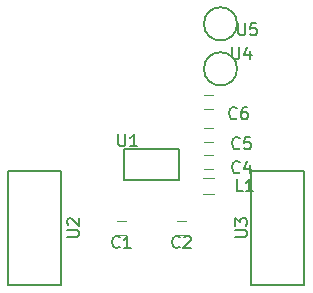
<source format=gbr>
G04 #@! TF.FileFunction,Legend,Top*
%FSLAX46Y46*%
G04 Gerber Fmt 4.6, Leading zero omitted, Abs format (unit mm)*
G04 Created by KiCad (PCBNEW 4.0.7) date 11/03/17 21:56:08*
%MOMM*%
%LPD*%
G01*
G04 APERTURE LIST*
%ADD10C,0.100000*%
%ADD11C,0.150000*%
%ADD12C,0.120000*%
G04 APERTURE END LIST*
D10*
D11*
X145360000Y-125246000D02*
X145360000Y-115546000D01*
X149860000Y-115546000D02*
X145360000Y-115546000D01*
X149860000Y-125246000D02*
X145360000Y-125246000D01*
X149860000Y-125246000D02*
X149860000Y-115546000D01*
X124786000Y-125246000D02*
X124786000Y-115546000D01*
X129286000Y-115546000D02*
X124786000Y-115546000D01*
X129286000Y-125246000D02*
X124786000Y-125246000D01*
X129286000Y-125246000D02*
X129286000Y-115546000D01*
D12*
X134716000Y-120996000D02*
X134016000Y-120996000D01*
X134016000Y-119796000D02*
X134716000Y-119796000D01*
X139796000Y-120996000D02*
X139096000Y-120996000D01*
X139096000Y-119796000D02*
X139796000Y-119796000D01*
X141382000Y-114208000D02*
X142082000Y-114208000D01*
X142082000Y-115408000D02*
X141382000Y-115408000D01*
X141382000Y-111922000D02*
X142082000Y-111922000D01*
X142082000Y-113122000D02*
X141382000Y-113122000D01*
X141382000Y-109128000D02*
X142082000Y-109128000D01*
X142082000Y-110328000D02*
X141382000Y-110328000D01*
X141232000Y-116160000D02*
X142232000Y-116160000D01*
X142232000Y-117520000D02*
X141232000Y-117520000D01*
D11*
X139206000Y-113732000D02*
X134606000Y-113732000D01*
X134606000Y-116332000D02*
X134606000Y-113732000D01*
X139206000Y-116332000D02*
X139206000Y-113732000D01*
X139206000Y-116332000D02*
X134606000Y-116332000D01*
X144148000Y-106934000D02*
G75*
G03X144148000Y-106934000I-1400000J0D01*
G01*
X144148000Y-103124000D02*
G75*
G03X144148000Y-103124000I-1400000J0D01*
G01*
X143978381Y-121157905D02*
X144787905Y-121157905D01*
X144883143Y-121110286D01*
X144930762Y-121062667D01*
X144978381Y-120967429D01*
X144978381Y-120776952D01*
X144930762Y-120681714D01*
X144883143Y-120634095D01*
X144787905Y-120586476D01*
X143978381Y-120586476D01*
X143978381Y-120205524D02*
X143978381Y-119586476D01*
X144359333Y-119919810D01*
X144359333Y-119776952D01*
X144406952Y-119681714D01*
X144454571Y-119634095D01*
X144549810Y-119586476D01*
X144787905Y-119586476D01*
X144883143Y-119634095D01*
X144930762Y-119681714D01*
X144978381Y-119776952D01*
X144978381Y-120062667D01*
X144930762Y-120157905D01*
X144883143Y-120205524D01*
X129754381Y-121157905D02*
X130563905Y-121157905D01*
X130659143Y-121110286D01*
X130706762Y-121062667D01*
X130754381Y-120967429D01*
X130754381Y-120776952D01*
X130706762Y-120681714D01*
X130659143Y-120634095D01*
X130563905Y-120586476D01*
X129754381Y-120586476D01*
X129849619Y-120157905D02*
X129802000Y-120110286D01*
X129754381Y-120015048D01*
X129754381Y-119776952D01*
X129802000Y-119681714D01*
X129849619Y-119634095D01*
X129944857Y-119586476D01*
X130040095Y-119586476D01*
X130182952Y-119634095D01*
X130754381Y-120205524D01*
X130754381Y-119586476D01*
X134199334Y-122003143D02*
X134151715Y-122050762D01*
X134008858Y-122098381D01*
X133913620Y-122098381D01*
X133770762Y-122050762D01*
X133675524Y-121955524D01*
X133627905Y-121860286D01*
X133580286Y-121669810D01*
X133580286Y-121526952D01*
X133627905Y-121336476D01*
X133675524Y-121241238D01*
X133770762Y-121146000D01*
X133913620Y-121098381D01*
X134008858Y-121098381D01*
X134151715Y-121146000D01*
X134199334Y-121193619D01*
X135151715Y-122098381D02*
X134580286Y-122098381D01*
X134866000Y-122098381D02*
X134866000Y-121098381D01*
X134770762Y-121241238D01*
X134675524Y-121336476D01*
X134580286Y-121384095D01*
X139279334Y-122003143D02*
X139231715Y-122050762D01*
X139088858Y-122098381D01*
X138993620Y-122098381D01*
X138850762Y-122050762D01*
X138755524Y-121955524D01*
X138707905Y-121860286D01*
X138660286Y-121669810D01*
X138660286Y-121526952D01*
X138707905Y-121336476D01*
X138755524Y-121241238D01*
X138850762Y-121146000D01*
X138993620Y-121098381D01*
X139088858Y-121098381D01*
X139231715Y-121146000D01*
X139279334Y-121193619D01*
X139660286Y-121193619D02*
X139707905Y-121146000D01*
X139803143Y-121098381D01*
X140041239Y-121098381D01*
X140136477Y-121146000D01*
X140184096Y-121193619D01*
X140231715Y-121288857D01*
X140231715Y-121384095D01*
X140184096Y-121526952D01*
X139612667Y-122098381D01*
X140231715Y-122098381D01*
X144359334Y-115673143D02*
X144311715Y-115720762D01*
X144168858Y-115768381D01*
X144073620Y-115768381D01*
X143930762Y-115720762D01*
X143835524Y-115625524D01*
X143787905Y-115530286D01*
X143740286Y-115339810D01*
X143740286Y-115196952D01*
X143787905Y-115006476D01*
X143835524Y-114911238D01*
X143930762Y-114816000D01*
X144073620Y-114768381D01*
X144168858Y-114768381D01*
X144311715Y-114816000D01*
X144359334Y-114863619D01*
X145216477Y-115101714D02*
X145216477Y-115768381D01*
X144978381Y-114720762D02*
X144740286Y-115435048D01*
X145359334Y-115435048D01*
X144359334Y-113641143D02*
X144311715Y-113688762D01*
X144168858Y-113736381D01*
X144073620Y-113736381D01*
X143930762Y-113688762D01*
X143835524Y-113593524D01*
X143787905Y-113498286D01*
X143740286Y-113307810D01*
X143740286Y-113164952D01*
X143787905Y-112974476D01*
X143835524Y-112879238D01*
X143930762Y-112784000D01*
X144073620Y-112736381D01*
X144168858Y-112736381D01*
X144311715Y-112784000D01*
X144359334Y-112831619D01*
X145264096Y-112736381D02*
X144787905Y-112736381D01*
X144740286Y-113212571D01*
X144787905Y-113164952D01*
X144883143Y-113117333D01*
X145121239Y-113117333D01*
X145216477Y-113164952D01*
X145264096Y-113212571D01*
X145311715Y-113307810D01*
X145311715Y-113545905D01*
X145264096Y-113641143D01*
X145216477Y-113688762D01*
X145121239Y-113736381D01*
X144883143Y-113736381D01*
X144787905Y-113688762D01*
X144740286Y-113641143D01*
X144105334Y-111101143D02*
X144057715Y-111148762D01*
X143914858Y-111196381D01*
X143819620Y-111196381D01*
X143676762Y-111148762D01*
X143581524Y-111053524D01*
X143533905Y-110958286D01*
X143486286Y-110767810D01*
X143486286Y-110624952D01*
X143533905Y-110434476D01*
X143581524Y-110339238D01*
X143676762Y-110244000D01*
X143819620Y-110196381D01*
X143914858Y-110196381D01*
X144057715Y-110244000D01*
X144105334Y-110291619D01*
X144962477Y-110196381D02*
X144772000Y-110196381D01*
X144676762Y-110244000D01*
X144629143Y-110291619D01*
X144533905Y-110434476D01*
X144486286Y-110624952D01*
X144486286Y-111005905D01*
X144533905Y-111101143D01*
X144581524Y-111148762D01*
X144676762Y-111196381D01*
X144867239Y-111196381D01*
X144962477Y-111148762D01*
X145010096Y-111101143D01*
X145057715Y-111005905D01*
X145057715Y-110767810D01*
X145010096Y-110672571D01*
X144962477Y-110624952D01*
X144867239Y-110577333D01*
X144676762Y-110577333D01*
X144581524Y-110624952D01*
X144533905Y-110672571D01*
X144486286Y-110767810D01*
X144613334Y-117292381D02*
X144137143Y-117292381D01*
X144137143Y-116292381D01*
X145470477Y-117292381D02*
X144899048Y-117292381D01*
X145184762Y-117292381D02*
X145184762Y-116292381D01*
X145089524Y-116435238D01*
X144994286Y-116530476D01*
X144899048Y-116578095D01*
X134112095Y-112482381D02*
X134112095Y-113291905D01*
X134159714Y-113387143D01*
X134207333Y-113434762D01*
X134302571Y-113482381D01*
X134493048Y-113482381D01*
X134588286Y-113434762D01*
X134635905Y-113387143D01*
X134683524Y-113291905D01*
X134683524Y-112482381D01*
X135683524Y-113482381D02*
X135112095Y-113482381D01*
X135397809Y-113482381D02*
X135397809Y-112482381D01*
X135302571Y-112625238D01*
X135207333Y-112720476D01*
X135112095Y-112768095D01*
X143764095Y-105116381D02*
X143764095Y-105925905D01*
X143811714Y-106021143D01*
X143859333Y-106068762D01*
X143954571Y-106116381D01*
X144145048Y-106116381D01*
X144240286Y-106068762D01*
X144287905Y-106021143D01*
X144335524Y-105925905D01*
X144335524Y-105116381D01*
X145240286Y-105449714D02*
X145240286Y-106116381D01*
X145002190Y-105068762D02*
X144764095Y-105783048D01*
X145383143Y-105783048D01*
X144272095Y-103084381D02*
X144272095Y-103893905D01*
X144319714Y-103989143D01*
X144367333Y-104036762D01*
X144462571Y-104084381D01*
X144653048Y-104084381D01*
X144748286Y-104036762D01*
X144795905Y-103989143D01*
X144843524Y-103893905D01*
X144843524Y-103084381D01*
X145795905Y-103084381D02*
X145319714Y-103084381D01*
X145272095Y-103560571D01*
X145319714Y-103512952D01*
X145414952Y-103465333D01*
X145653048Y-103465333D01*
X145748286Y-103512952D01*
X145795905Y-103560571D01*
X145843524Y-103655810D01*
X145843524Y-103893905D01*
X145795905Y-103989143D01*
X145748286Y-104036762D01*
X145653048Y-104084381D01*
X145414952Y-104084381D01*
X145319714Y-104036762D01*
X145272095Y-103989143D01*
M02*

</source>
